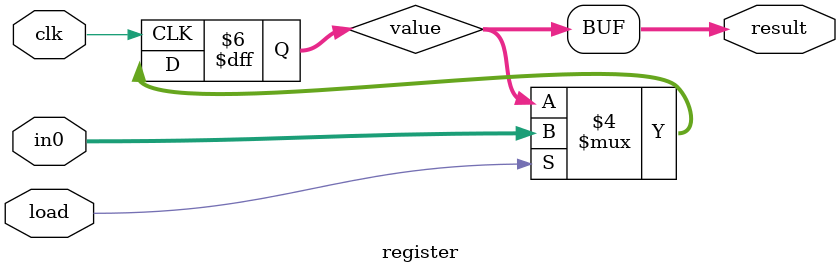
<source format=v>
`timescale 1ns / 1ps


module register(
    input clk,
    input load,
    input [15:0] in0,
    output [15:0] result
    );
    
    reg [15:0] value;
    
    initial value = 0;
    
    assign result = value;
    
    always @ (posedge clk)
    begin
        if (load == 1) value <= in0;
    end
    
endmodule

</source>
